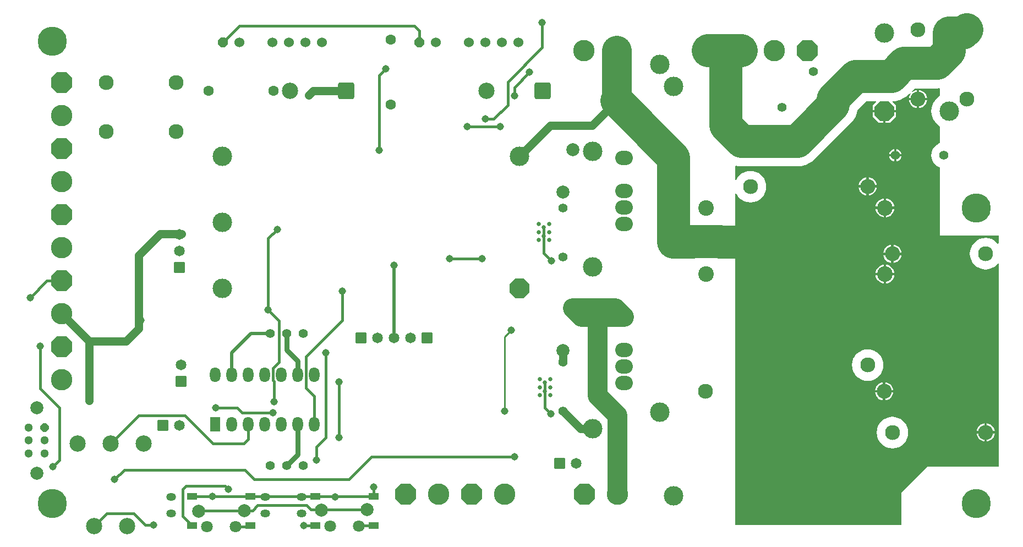
<source format=gtl>
G04 Layer_Physical_Order=1*
G04 Layer_Color=255*
%FSLAX25Y25*%
%MOIN*%
G70*
G01*
G75*
%ADD10R,0.06000X0.04000*%
%ADD11C,0.05000*%
%ADD12C,0.01500*%
%ADD13C,0.02000*%
%ADD14C,0.15000*%
%ADD15C,0.12000*%
%ADD16C,0.03000*%
%ADD17C,0.20000*%
%ADD18C,0.18000*%
%ADD19C,0.01000*%
%ADD20C,0.07874*%
%ADD21C,0.05118*%
%ADD22P,0.05540X8X292.5*%
%ADD23C,0.09055*%
%ADD24C,0.07087*%
%ADD25C,0.06000*%
%ADD26P,0.06494X8X22.5*%
%ADD27C,0.06500*%
G04:AMPARAMS|DCode=28|XSize=65mil|YSize=65mil|CornerRadius=3.25mil|HoleSize=0mil|Usage=FLASHONLY|Rotation=180.000|XOffset=0mil|YOffset=0mil|HoleType=Round|Shape=RoundedRectangle|*
%AMROUNDEDRECTD28*
21,1,0.06500,0.05850,0,0,180.0*
21,1,0.05850,0.06500,0,0,180.0*
1,1,0.00650,-0.02925,0.02925*
1,1,0.00650,0.02925,0.02925*
1,1,0.00650,0.02925,-0.02925*
1,1,0.00650,-0.02925,-0.02925*
%
%ADD28ROUNDEDRECTD28*%
%ADD29C,0.11811*%
%ADD30P,0.12784X8X292.5*%
G04:AMPARAMS|DCode=31|XSize=65mil|YSize=65mil|CornerRadius=3.25mil|HoleSize=0mil|Usage=FLASHONLY|Rotation=90.000|XOffset=0mil|YOffset=0mil|HoleType=Round|Shape=RoundedRectangle|*
%AMROUNDEDRECTD31*
21,1,0.06500,0.05850,0,0,90.0*
21,1,0.05850,0.06500,0,0,90.0*
1,1,0.00650,0.02925,0.02925*
1,1,0.00650,0.02925,-0.02925*
1,1,0.00650,-0.02925,-0.02925*
1,1,0.00650,-0.02925,0.02925*
%
%ADD31ROUNDEDRECTD31*%
%ADD32C,0.09843*%
G04:AMPARAMS|DCode=33|XSize=98.43mil|YSize=98.43mil|CornerRadius=9.84mil|HoleSize=0mil|Usage=FLASHONLY|Rotation=0.000|XOffset=0mil|YOffset=0mil|HoleType=Round|Shape=RoundedRectangle|*
%AMROUNDEDRECTD33*
21,1,0.09843,0.07874,0,0,0.0*
21,1,0.07874,0.09843,0,0,0.0*
1,1,0.01969,0.03937,-0.03937*
1,1,0.01969,-0.03937,-0.03937*
1,1,0.01969,-0.03937,0.03937*
1,1,0.01969,0.03937,0.03937*
%
%ADD33ROUNDEDRECTD33*%
%ADD34C,0.06299*%
%ADD35P,0.12784X8X202.5*%
%ADD36P,0.14063X8X292.5*%
%ADD37C,0.12992*%
%ADD38C,0.09449*%
%ADD39C,0.05512*%
%ADD40O,0.05906X0.04724*%
%ADD41P,0.14063X8X202.5*%
%ADD42O,0.10630X0.08819*%
%ADD43O,0.06400X0.09000*%
%ADD44R,0.06400X0.09000*%
%ADD45C,0.17716*%
%ADD46C,0.04500*%
%ADD47C,0.02598*%
G36*
X692913Y451276D02*
Y447123D01*
X692070Y446606D01*
X690765Y445491D01*
X689650Y444186D01*
X688753Y442722D01*
X688096Y441136D01*
X687695Y439467D01*
X687561Y437756D01*
X687695Y436045D01*
X688096Y434375D01*
X688753Y432790D01*
X689650Y431326D01*
X690765Y430021D01*
X692070Y428906D01*
X692913Y428389D01*
X692913Y418392D01*
X692281Y418200D01*
X690934Y417480D01*
X689753Y416511D01*
X688784Y415330D01*
X688064Y413982D01*
X687620Y412520D01*
X687470Y411000D01*
X687620Y409480D01*
X688064Y408018D01*
X688784Y406670D01*
X689753Y405489D01*
X690934Y404520D01*
X692281Y403800D01*
X692913Y403608D01*
Y362205D01*
X728346D01*
Y357544D01*
X727876Y357376D01*
X727242Y358148D01*
X725791Y359338D01*
X724136Y360223D01*
X722340Y360768D01*
X720472Y360952D01*
X718605Y360768D01*
X716809Y360223D01*
X715154Y359338D01*
X713703Y358148D01*
X712512Y356697D01*
X711627Y355042D01*
X711083Y353246D01*
X710899Y351378D01*
X711083Y349510D01*
X711627Y347714D01*
X712512Y346059D01*
X713703Y344608D01*
X715154Y343418D01*
X716809Y342533D01*
X718605Y341988D01*
X720472Y341804D01*
X722340Y341988D01*
X724136Y342533D01*
X725791Y343418D01*
X727242Y344608D01*
X727876Y345380D01*
X728346Y345212D01*
Y222441D01*
X685039D01*
X669291Y206693D01*
Y187008D01*
X568898D01*
Y387683D01*
X569398Y387808D01*
X570040Y386606D01*
X571230Y385156D01*
X572681Y383965D01*
X574336Y383080D01*
X576132Y382536D01*
X578000Y382351D01*
X579868Y382536D01*
X581664Y383080D01*
X583319Y383965D01*
X584770Y385156D01*
X585960Y386606D01*
X586845Y388262D01*
X587390Y390057D01*
X587574Y391925D01*
X587390Y393793D01*
X586845Y395589D01*
X585960Y397244D01*
X584770Y398695D01*
X583319Y399885D01*
X581664Y400770D01*
X579868Y401315D01*
X578000Y401499D01*
X576132Y401315D01*
X574336Y400770D01*
X572681Y399885D01*
X571230Y398695D01*
X570040Y397244D01*
X569398Y396043D01*
X568898Y396168D01*
Y404391D01*
X569398Y404690D01*
X570481Y404430D01*
X572835Y404245D01*
X606299D01*
X608653Y404430D01*
X609801Y404706D01*
X610949Y404981D01*
X612040Y405433D01*
X613130Y405885D01*
X615143Y407119D01*
X616939Y408652D01*
X638840Y430553D01*
X640374Y432349D01*
X641607Y434362D01*
X642059Y435453D01*
X642511Y436543D01*
X643022Y438672D01*
X647965Y443615D01*
X653977D01*
X654169Y443153D01*
X652224Y441209D01*
Y438506D01*
X659130D01*
X666035D01*
Y441209D01*
X664034Y443211D01*
X664207Y443680D01*
X665740Y443800D01*
X666888Y444076D01*
X668035Y444351D01*
X669126Y444803D01*
X670217Y445255D01*
X672230Y446489D01*
X674025Y448022D01*
X674750Y448746D01*
X675126Y448416D01*
X674644Y447788D01*
X674087Y446443D01*
X673996Y445750D01*
X678722D01*
Y450477D01*
X678029Y450385D01*
X676685Y449828D01*
X676057Y449346D01*
X675726Y449723D01*
X677492Y451489D01*
X690945D01*
X692546Y451615D01*
X692913Y451276D01*
D02*
G37*
%LPC*%
G36*
X659750Y273477D02*
Y268750D01*
X664476D01*
X664385Y269443D01*
X663828Y270788D01*
X662942Y271942D01*
X661788Y272828D01*
X660443Y273385D01*
X659750Y273477D01*
D02*
G37*
G36*
X649000Y293440D02*
X647132Y293256D01*
X645336Y292711D01*
X643681Y291826D01*
X642230Y290636D01*
X641040Y289185D01*
X640155Y287530D01*
X639610Y285734D01*
X639426Y283866D01*
X639610Y281998D01*
X640155Y280203D01*
X641040Y278547D01*
X642230Y277097D01*
X643681Y275906D01*
X645336Y275021D01*
X647132Y274476D01*
X649000Y274292D01*
X650868Y274476D01*
X652664Y275021D01*
X654319Y275906D01*
X655770Y277097D01*
X656960Y278547D01*
X657845Y280203D01*
X658390Y281998D01*
X658574Y283866D01*
X658390Y285734D01*
X657845Y287530D01*
X656960Y289185D01*
X655770Y290636D01*
X654319Y291826D01*
X652664Y292711D01*
X650868Y293256D01*
X649000Y293440D01*
D02*
G37*
G36*
X664476Y267250D02*
X659750D01*
Y262524D01*
X660443Y262615D01*
X661788Y263172D01*
X662942Y264058D01*
X663828Y265212D01*
X664385Y266557D01*
X664476Y267250D01*
D02*
G37*
G36*
X658250Y273477D02*
X657557Y273385D01*
X656212Y272828D01*
X655058Y271942D01*
X654172Y270788D01*
X653615Y269443D01*
X653523Y268750D01*
X658250D01*
Y273477D01*
D02*
G37*
G36*
X658750Y338250D02*
X653825D01*
X653923Y337506D01*
X654500Y336113D01*
X655417Y334917D01*
X656613Y334000D01*
X658006Y333423D01*
X658750Y333325D01*
Y338250D01*
D02*
G37*
G36*
X660250Y344675D02*
Y339750D01*
X665175D01*
X665077Y340494D01*
X664500Y341887D01*
X663583Y343083D01*
X662387Y344000D01*
X660994Y344577D01*
X660250Y344675D01*
D02*
G37*
G36*
X663250Y350518D02*
X658524D01*
X658615Y349825D01*
X659172Y348480D01*
X660058Y347325D01*
X661212Y346439D01*
X662557Y345882D01*
X663250Y345791D01*
Y350518D01*
D02*
G37*
G36*
X665175Y338250D02*
X660250D01*
Y333325D01*
X660994Y333423D01*
X662387Y334000D01*
X663583Y334917D01*
X664500Y336113D01*
X665077Y337506D01*
X665175Y338250D01*
D02*
G37*
G36*
X658750Y344675D02*
X658006Y344577D01*
X656613Y344000D01*
X655417Y343083D01*
X654500Y341887D01*
X653923Y340494D01*
X653825Y339750D01*
X658750D01*
Y344675D01*
D02*
G37*
G36*
X658250Y267250D02*
X653523D01*
X653615Y266557D01*
X654172Y265212D01*
X655058Y264058D01*
X656212Y263172D01*
X657557Y262615D01*
X658250Y262524D01*
Y267250D01*
D02*
G37*
G36*
X577250Y200551D02*
X576557Y200460D01*
X575212Y199903D01*
X574058Y199017D01*
X573172Y197862D01*
X572615Y196518D01*
X572523Y195825D01*
X577250D01*
Y200551D01*
D02*
G37*
G36*
X578750D02*
Y195825D01*
X583476D01*
X583385Y196518D01*
X582828Y197862D01*
X581942Y199017D01*
X580788Y199903D01*
X579443Y200460D01*
X578750Y200551D01*
D02*
G37*
G36*
X577250Y194325D02*
X572523D01*
X572615Y193632D01*
X573172Y192287D01*
X574058Y191132D01*
X575212Y190246D01*
X576557Y189690D01*
X577250Y189598D01*
Y194325D01*
D02*
G37*
G36*
X583476D02*
X578750D01*
Y189598D01*
X579443Y189690D01*
X580788Y190246D01*
X581942Y191132D01*
X582828Y192287D01*
X583385Y193632D01*
X583476Y194325D01*
D02*
G37*
G36*
X664000Y252574D02*
X662132Y252390D01*
X660336Y251845D01*
X658681Y250960D01*
X657230Y249770D01*
X656040Y248319D01*
X655155Y246664D01*
X654610Y244868D01*
X654426Y243000D01*
X654610Y241132D01*
X655155Y239336D01*
X656040Y237681D01*
X657230Y236230D01*
X658681Y235040D01*
X660336Y234155D01*
X662132Y233610D01*
X664000Y233426D01*
X665868Y233610D01*
X667664Y234155D01*
X669319Y235040D01*
X670770Y236230D01*
X671960Y237681D01*
X672845Y239336D01*
X673390Y241132D01*
X673574Y243000D01*
X673390Y244868D01*
X672845Y246664D01*
X671960Y248319D01*
X670770Y249770D01*
X669319Y250960D01*
X667664Y251845D01*
X665868Y252390D01*
X664000Y252574D01*
D02*
G37*
G36*
X719723Y248587D02*
X719030Y248496D01*
X717685Y247938D01*
X716530Y247053D01*
X715644Y245898D01*
X715087Y244553D01*
X714996Y243860D01*
X719723D01*
Y248587D01*
D02*
G37*
G36*
X721222Y248587D02*
Y243860D01*
X725949D01*
X725858Y244553D01*
X725301Y245898D01*
X724415Y247053D01*
X723260Y247938D01*
X721915Y248496D01*
X721222Y248587D01*
D02*
G37*
G36*
X719723Y242360D02*
X714996D01*
X715087Y241667D01*
X715644Y240323D01*
X716530Y239168D01*
X717685Y238282D01*
X719030Y237725D01*
X719723Y237634D01*
Y242360D01*
D02*
G37*
G36*
X725949D02*
X721222D01*
Y237634D01*
X721915Y237725D01*
X723260Y238282D01*
X724415Y239168D01*
X725301Y240323D01*
X725858Y241667D01*
X725949Y242360D01*
D02*
G37*
G36*
X669477Y350518D02*
X664750D01*
Y345791D01*
X665443Y345882D01*
X666788Y346439D01*
X667942Y347325D01*
X668828Y348480D01*
X669385Y349825D01*
X669477Y350518D01*
D02*
G37*
G36*
X664986Y414690D02*
X664756Y414659D01*
X663842Y414281D01*
X663058Y413679D01*
X662456Y412894D01*
X662077Y411980D01*
X662047Y411750D01*
X664986D01*
Y414690D01*
D02*
G37*
G36*
X666486D02*
Y411750D01*
X669426D01*
X669395Y411980D01*
X669017Y412894D01*
X668415Y413679D01*
X667630Y414281D01*
X666717Y414659D01*
X666486Y414690D01*
D02*
G37*
G36*
X664986Y410250D02*
X662047D01*
X662077Y410019D01*
X662456Y409106D01*
X663058Y408321D01*
X663842Y407719D01*
X664756Y407341D01*
X664986Y407310D01*
Y410250D01*
D02*
G37*
G36*
X669426D02*
X666486D01*
Y407310D01*
X666717Y407341D01*
X667630Y407719D01*
X668415Y408321D01*
X669017Y409106D01*
X669395Y410019D01*
X669426Y410250D01*
D02*
G37*
G36*
X658380Y437006D02*
X652224D01*
Y434303D01*
X655677Y430850D01*
X658380D01*
Y437006D01*
D02*
G37*
G36*
X684949Y444250D02*
X680223D01*
Y439524D01*
X680915Y439615D01*
X682260Y440172D01*
X683415Y441058D01*
X684301Y442212D01*
X684858Y443557D01*
X684949Y444250D01*
D02*
G37*
G36*
X680223Y450477D02*
Y445750D01*
X684949D01*
X684858Y446443D01*
X684301Y447788D01*
X683415Y448942D01*
X682260Y449828D01*
X680915Y450385D01*
X680223Y450477D01*
D02*
G37*
G36*
X666035Y437006D02*
X659880D01*
Y430850D01*
X662583D01*
X666035Y434303D01*
Y437006D01*
D02*
G37*
G36*
X678722Y444250D02*
X673996D01*
X674087Y443557D01*
X674644Y442212D01*
X675530Y441058D01*
X676685Y440172D01*
X678029Y439615D01*
X678722Y439524D01*
Y444250D01*
D02*
G37*
G36*
X649750Y397610D02*
Y392884D01*
X654476D01*
X654385Y393577D01*
X653828Y394921D01*
X652942Y396076D01*
X651788Y396962D01*
X650443Y397519D01*
X649750Y397610D01*
D02*
G37*
G36*
X658750Y378408D02*
X653825D01*
X653923Y377663D01*
X654500Y376271D01*
X655417Y375075D01*
X656613Y374157D01*
X658006Y373580D01*
X658750Y373482D01*
Y378408D01*
D02*
G37*
G36*
X665175D02*
X660250D01*
Y373482D01*
X660994Y373580D01*
X662387Y374157D01*
X663583Y375075D01*
X664500Y376271D01*
X665077Y377663D01*
X665175Y378408D01*
D02*
G37*
G36*
X663250Y356744D02*
X662557Y356653D01*
X661212Y356096D01*
X660058Y355210D01*
X659172Y354055D01*
X658615Y352711D01*
X658524Y352018D01*
X663250D01*
Y356744D01*
D02*
G37*
G36*
X664750D02*
Y352018D01*
X669477D01*
X669385Y352711D01*
X668828Y354055D01*
X667942Y355210D01*
X666788Y356096D01*
X665443Y356653D01*
X664750Y356744D01*
D02*
G37*
G36*
X658750Y384833D02*
X658006Y384735D01*
X656613Y384158D01*
X655417Y383240D01*
X654500Y382044D01*
X653923Y380652D01*
X653825Y379907D01*
X658750D01*
Y384833D01*
D02*
G37*
G36*
X654476Y391384D02*
X649750D01*
Y386657D01*
X650443Y386749D01*
X651788Y387305D01*
X652942Y388192D01*
X653828Y389346D01*
X654385Y390691D01*
X654476Y391384D01*
D02*
G37*
G36*
X648250Y397610D02*
X647557Y397519D01*
X646212Y396962D01*
X645058Y396076D01*
X644172Y394921D01*
X643615Y393577D01*
X643524Y392884D01*
X648250D01*
Y397610D01*
D02*
G37*
G36*
X660250Y384833D02*
Y379907D01*
X665175D01*
X665077Y380652D01*
X664500Y382044D01*
X663583Y383240D01*
X662387Y384158D01*
X660994Y384735D01*
X660250Y384833D01*
D02*
G37*
G36*
X648250Y391384D02*
X643524D01*
X643615Y390691D01*
X644172Y389346D01*
X645058Y388192D01*
X646212Y387305D01*
X647557Y386749D01*
X648250Y386657D01*
Y391384D01*
D02*
G37*
%LPD*%
G54D10*
X239784Y186750D02*
D03*
Y204250D02*
D03*
X275217Y186750D02*
D03*
Y204250D02*
D03*
X314283Y186750D02*
D03*
Y204250D02*
D03*
X349716Y186750D02*
D03*
Y204250D02*
D03*
G54D11*
X177400Y262500D02*
Y298348D01*
X199848D01*
X207500Y306000D01*
Y350500D01*
X220500Y363500D01*
X233500D01*
X177400Y298348D02*
X160748Y315000D01*
X310500Y447500D02*
X313000Y450000D01*
X333000D01*
X438000Y410500D02*
X456634Y429134D01*
X482189D01*
X497000Y443945D01*
X464547Y292705D02*
X464500Y292657D01*
Y285528D01*
Y256000D02*
X475000Y245500D01*
X482500D01*
G54D12*
X188000Y194000D02*
X204500D01*
X211492Y187008D01*
X216535D01*
X234252Y192281D02*
X239784Y186750D01*
X234252Y192281D02*
Y208661D01*
X236221Y210630D01*
X259842D01*
X261811Y208661D01*
X275217Y204250D02*
X314283D01*
X349716D01*
Y209953D01*
X345779Y196268D02*
X311732D01*
X309000Y199000D01*
X279500D01*
X276268Y195768D01*
X271280D01*
X243721D01*
X239784Y204250D02*
X275217D01*
Y186750D02*
X274392Y185925D01*
X266161D01*
X277559Y214567D02*
X334646D01*
X348425Y228346D01*
X435039D01*
X453500Y258000D02*
X457000Y254500D01*
X453500Y258000D02*
Y268138D01*
Y273256D01*
X457500Y347000D02*
X452850Y351650D01*
Y362138D01*
Y367256D01*
X415354Y348425D02*
X395669D01*
X330709Y328740D02*
Y311024D01*
X308703Y289019D01*
Y270037D01*
X313653Y265087D01*
Y248000D01*
X314961Y234252D02*
X320866Y240158D01*
Y291339D01*
X292494Y310695D02*
Y285807D01*
X288703Y282017D01*
Y274650D01*
X289370Y273983D01*
Y261811D01*
X288653Y255000D02*
X270000D01*
X267000Y258000D01*
X254000D01*
X252500Y236500D02*
X271000D01*
X273654Y239154D01*
Y248000D01*
X252500Y236500D02*
X235500Y253500D01*
X207500D01*
X190500Y236500D01*
X192913Y214567D02*
X198819Y220472D01*
X271654D01*
X277559Y214567D01*
X307345Y186750D02*
X314283D01*
X340986D02*
X349716D01*
X340986D02*
X340661Y186425D01*
X314961Y226378D02*
Y234252D01*
X328740Y240158D02*
Y273622D01*
X292494Y310695D02*
X285846Y317342D01*
Y360650D01*
X291339Y366142D01*
X353000Y414000D02*
Y459500D01*
X357000Y463500D01*
X377500Y479500D02*
Y486500D01*
X374500Y489500D01*
X268500D01*
X258500Y479500D01*
X151929Y335000D02*
X160748D01*
X151929D02*
X141732Y324803D01*
X147638Y295276D02*
Y269685D01*
X159449Y257874D01*
Y226378D01*
X155512Y222441D01*
X180500Y186500D02*
X188000Y194000D01*
X431000Y441500D02*
Y455500D01*
X451801Y476301D01*
Y491301D01*
X444199Y461199D02*
X435000Y452000D01*
Y447000D01*
X431000Y441500D02*
X422500Y433000D01*
X417500D01*
X426500Y428500D02*
X406500D01*
G54D13*
X263653Y278000D02*
Y291213D01*
X275441Y303000D01*
X287000D01*
X362000Y300374D02*
Y344374D01*
G54D14*
X578000Y195075D02*
X588390D01*
X596264D01*
X604524D01*
G54D15*
X470453Y318295D02*
X475748Y313000D01*
X485000D01*
X485500Y312500D01*
Y265500D01*
X497500Y253500D01*
Y205748D01*
X501500Y313000D02*
X485000D01*
X482500Y315500D01*
X496205Y318295D02*
X501500Y313000D01*
X496205Y318295D02*
X470453D01*
G54D16*
X297000Y223000D02*
X303654Y229654D01*
Y248000D01*
Y278000D02*
Y286347D01*
X297000Y293000D01*
Y303000D01*
G54D17*
X497000Y443945D02*
X531496Y409449D01*
Y358268D01*
X542605D01*
X543062Y358724D01*
X559402D01*
X559859Y358268D01*
X622047D01*
X606299Y419291D02*
X628201Y441193D01*
Y445130D01*
X641732Y458661D01*
X663386D01*
X671260Y466535D01*
X690945D01*
X698500Y474090D01*
Y485000D01*
X706874D01*
X709000Y487126D01*
X606299Y419291D02*
X572835D01*
X562992Y429134D01*
Y454724D01*
Y474252D01*
X572500D01*
X562992Y474409D02*
Y474252D01*
X552500D01*
G54D18*
X497000Y443945D02*
Y474252D01*
G54D19*
X429039Y256000D02*
Y301087D01*
X433071Y305118D01*
G54D20*
X145669Y218504D02*
D03*
Y257874D02*
D03*
X243721Y195374D02*
D03*
X271280Y195768D02*
D03*
X318220Y195874D02*
D03*
X345779Y196268D02*
D03*
X464547Y292705D02*
D03*
X470453Y318295D02*
D03*
X464547Y388705D02*
D03*
X470453Y414295D02*
D03*
G54D21*
X140748Y230315D02*
D03*
Y238189D02*
D03*
X150591D02*
D03*
Y230315D02*
D03*
X140748Y246063D02*
D03*
G54D22*
X150591Y246063D02*
D03*
G54D23*
X230000Y425472D02*
D03*
Y455000D02*
D03*
X187874D02*
D03*
Y425472D02*
D03*
X550732Y268000D02*
D03*
X578000Y195075D02*
D03*
X664000Y243000D02*
D03*
X659000Y268000D02*
D03*
X649000Y283866D02*
D03*
X664000Y351268D02*
D03*
X649000Y392134D02*
D03*
X709000Y445000D02*
D03*
Y487126D02*
D03*
X679472D02*
D03*
Y445000D02*
D03*
X720472Y351378D02*
D03*
Y243110D02*
D03*
X578000Y391925D02*
D03*
G54D24*
X248839Y185925D02*
D03*
X266161D02*
D03*
X323339Y186425D02*
D03*
X340661D02*
D03*
G54D25*
X437500Y479500D02*
D03*
X427500D02*
D03*
X417500D02*
D03*
X407500D02*
D03*
X387500D02*
D03*
X318500D02*
D03*
X308500D02*
D03*
X298500D02*
D03*
X288500D02*
D03*
X268500D02*
D03*
G54D26*
X377500Y479500D02*
D03*
X258500D02*
D03*
G54D27*
X232000Y247500D02*
D03*
X233000Y284000D02*
D03*
X232000Y353000D02*
D03*
Y363000D02*
D03*
X352000Y300374D02*
D03*
X362000D02*
D03*
X372000D02*
D03*
X472598Y224410D02*
D03*
G54D28*
X222000Y247500D02*
D03*
X342000Y300374D02*
D03*
X382000D02*
D03*
X462598Y224410D02*
D03*
G54D29*
X258000Y330500D02*
D03*
Y370500D02*
D03*
Y410500D02*
D03*
X438000D02*
D03*
X482500Y413500D02*
D03*
X531496Y452756D02*
D03*
X522991Y466112D02*
D03*
X482500Y343500D02*
D03*
Y315500D02*
D03*
Y245500D02*
D03*
X531496Y204724D02*
D03*
X523000Y255500D02*
D03*
X698500Y437756D02*
D03*
Y485000D02*
D03*
X659130D02*
D03*
G54D30*
X659130Y437756D02*
D03*
G54D31*
X233000Y274000D02*
D03*
X232000Y343000D02*
D03*
G54D32*
X180500Y186500D02*
D03*
X200500D02*
D03*
X210500Y236500D02*
D03*
X190500D02*
D03*
X170500D02*
D03*
X299000Y450000D02*
D03*
X418000D02*
D03*
G54D33*
X452000Y450000D02*
D03*
X333000D02*
D03*
G54D34*
X360000Y441815D02*
D03*
Y481185D02*
D03*
X289185Y450000D02*
D03*
X249815D02*
D03*
G54D35*
X438000Y330500D02*
D03*
G54D36*
X160748Y295000D02*
D03*
Y335000D02*
D03*
Y375000D02*
D03*
Y415000D02*
D03*
Y455000D02*
D03*
G54D37*
X160748Y275000D02*
D03*
Y315000D02*
D03*
Y355000D02*
D03*
Y395000D02*
D03*
Y435000D02*
D03*
X389000Y205748D02*
D03*
X429000D02*
D03*
X497500D02*
D03*
X592500Y474252D02*
D03*
X552500D02*
D03*
X477000D02*
D03*
G54D38*
X551232Y339000D02*
D03*
Y379157D02*
D03*
X659500Y339000D02*
D03*
Y379157D02*
D03*
G54D39*
X287000Y223000D02*
D03*
X297000D02*
D03*
X307000D02*
D03*
Y303000D02*
D03*
X297000D02*
D03*
X287000D02*
D03*
X464500Y256000D02*
D03*
Y285528D02*
D03*
Y349500D02*
D03*
Y379028D02*
D03*
X567421Y440000D02*
D03*
X596949D02*
D03*
X616142Y432087D02*
D03*
Y461614D02*
D03*
X665736Y411000D02*
D03*
X695264D02*
D03*
G54D40*
X227000Y194000D02*
D03*
Y204000D02*
D03*
X284000Y194000D02*
D03*
Y204000D02*
D03*
X306000Y194000D02*
D03*
Y204000D02*
D03*
G54D41*
X369000Y205748D02*
D03*
X409000D02*
D03*
X477500D02*
D03*
X612500Y474252D02*
D03*
X572500D02*
D03*
X497000D02*
D03*
G54D42*
X501500Y273000D02*
D03*
Y283000D02*
D03*
Y293000D02*
D03*
Y313000D02*
D03*
Y369500D02*
D03*
Y379500D02*
D03*
Y389500D02*
D03*
Y409500D02*
D03*
G54D43*
X263653Y248000D02*
D03*
X273654D02*
D03*
X283653D02*
D03*
X293653D02*
D03*
X303654D02*
D03*
X313653D02*
D03*
Y278000D02*
D03*
X303654D02*
D03*
X293653D02*
D03*
X283653D02*
D03*
X273654D02*
D03*
X263653D02*
D03*
X253654D02*
D03*
G54D44*
X253654Y248000D02*
D03*
G54D45*
X155000Y200000D02*
D03*
Y480000D02*
D03*
X714685Y200000D02*
D03*
Y379000D02*
D03*
G54D46*
X216535Y187008D02*
D03*
X252000Y204500D02*
D03*
X261811Y208661D02*
D03*
X307345Y186750D02*
D03*
X326500Y204000D02*
D03*
X349716Y209953D02*
D03*
X328740Y240158D02*
D03*
X314961Y226378D02*
D03*
X288653Y255000D02*
D03*
X289370Y261811D02*
D03*
X320866Y291339D02*
D03*
X328740Y273622D02*
D03*
X285846Y317342D02*
D03*
X330709Y328740D02*
D03*
X362000Y344374D02*
D03*
X395669Y348425D02*
D03*
X415354D02*
D03*
X457500Y347000D02*
D03*
X433071Y305118D02*
D03*
X429039Y256000D02*
D03*
X457000Y254500D02*
D03*
X435039Y228346D02*
D03*
X291339Y366142D02*
D03*
X353000Y414000D02*
D03*
X406500Y428500D02*
D03*
X417500Y433000D02*
D03*
X426500Y428500D02*
D03*
X435000Y447000D02*
D03*
X444199Y461199D02*
D03*
X451801Y491301D02*
D03*
X357000Y463500D02*
D03*
X310500Y447500D02*
D03*
X208661Y311024D02*
D03*
X177400Y262500D02*
D03*
X147638Y295276D02*
D03*
X141732Y324803D02*
D03*
X155512Y222441D02*
D03*
X192913Y214567D02*
D03*
X254000Y258000D02*
D03*
X559055Y438976D02*
D03*
X566929Y446850D02*
D03*
Y454724D02*
D03*
X559055D02*
D03*
Y446850D02*
D03*
X588390Y195075D02*
D03*
X596264D02*
D03*
X604524D02*
D03*
X613980D02*
D03*
G54D47*
X450350Y265776D02*
D03*
Y270500D02*
D03*
Y275224D02*
D03*
X453500Y273256D02*
D03*
Y268138D02*
D03*
X456650Y270500D02*
D03*
Y265776D02*
D03*
Y275224D02*
D03*
X456000Y359776D02*
D03*
Y364500D02*
D03*
X452850Y362138D02*
D03*
X449701Y364500D02*
D03*
Y359776D02*
D03*
Y369224D02*
D03*
X452850Y367256D02*
D03*
X456000Y369224D02*
D03*
M02*

</source>
